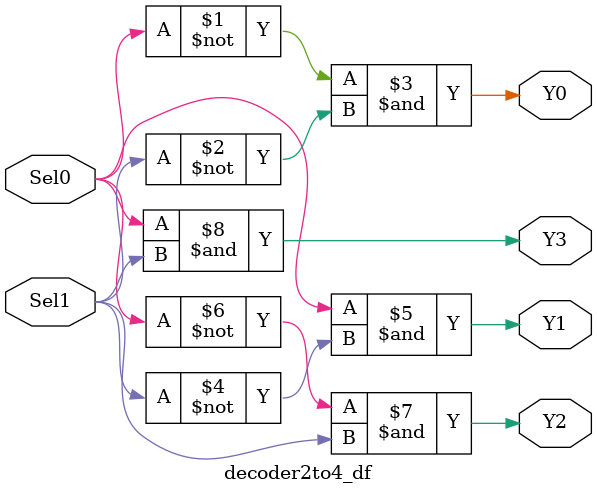
<source format=v>
module decoder2to4_df(Sel0, Sel1, Y0,Y1,Y2,Y3);

   input Sel0,Sel1;
   output Y0, Y1, Y2, Y3;
	
   assign Y0 = ~Sel0 & ~Sel1;
   assign Y1 = Sel0 & ~Sel1;
   assign Y2 = ~Sel0 & Sel1;
   assign Y3 = Sel0 & Sel1;

        
    
endmodule
</source>
